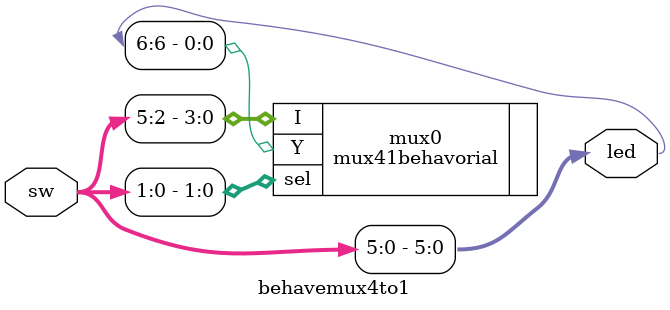
<source format=v>
`timescale 1ns / 1ps

module behavemux4to1( input [5:0] sw,
    output [6:0] led
    );

    assign led [5:0] = sw [5:0];

    mux41behavorial mux0 (.Y(led[6]), .sel(sw[1:0]), .I(sw[5:2]));

endmodule

</source>
